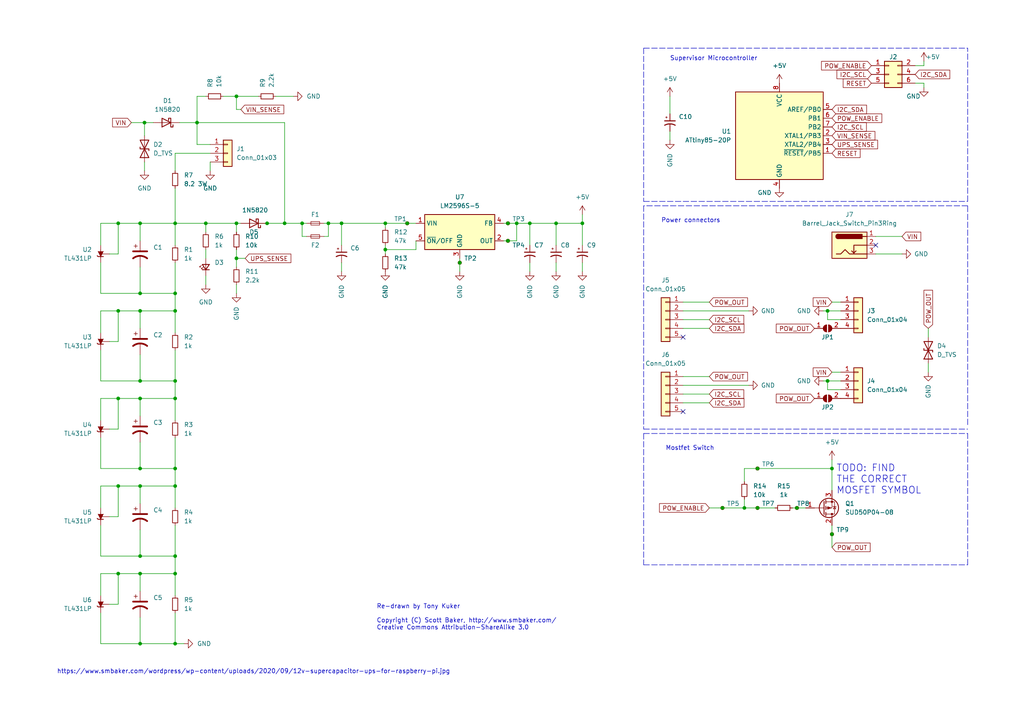
<source format=kicad_sch>
(kicad_sch (version 20211123) (generator eeschema)
  (paper "A4")
  (lib_symbols
    (symbol "Connector:Barrel_Jack_Switch_Pin3Ring" (pin_names hide)
      (property "Reference" "J" (at 0 5.334 0))
      (property "Value" "Barrel_Jack_Switch_Pin3Ring" (at 0 -5.08 0))
      (symbol "Barrel_Jack_Switch_Pin3Ring_0_1"
        (rectangle (start -5.08 3.81) (end 5.08 -3.81) (stroke (width 0.254)) (fill (type background)))
        (arc (start -3.302 3.175) (mid -3.937 2.54) (end -3.302 1.905) (stroke (width 0.254)))
        (arc (start -3.302 3.175) (mid -3.937 2.54) (end -3.302 1.905) (stroke (width 0.254)) (fill (type outline)))
        (polyline (pts (xy 1.27 -2.286) (xy 1.905 -1.651)) (stroke (width 0.254)))
        (polyline (pts (xy 5.08 2.54) (xy 3.81 2.54)) (stroke (width 0.254)))
        (polyline (pts (xy 5.08 0) (xy 1.27 0) (xy 1.27 -2.286) (xy 0.635 -1.651)) (stroke (width 0.254)))
        (polyline (pts (xy -3.81 -2.54) (xy -2.54 -2.54) (xy -1.27 -1.27) (xy 0 -2.54) (xy 2.54 -2.54) (xy 5.08 -2.54)) (stroke (width 0.254)))
        (rectangle (start 3.683 3.175) (end -3.302 1.905) (stroke (width 0.254)) (fill (type outline)))
      )
      (symbol "Barrel_Jack_Switch_Pin3Ring_1_1"
        (pin passive line (at 7.62 2.54 180) (length 2.54) (name "~") (number "1"))
        (pin passive line (at 7.62 0 180) (length 2.54) (name "~") (number "2"))
        (pin passive line (at 7.62 -2.54 180) (length 2.54) (name "~") (number "3"))
      )
    )
    (symbol "Connector:TestPoint_Small" (pin_numbers hide) (pin_names (offset 0.762) hide)
      (property "Reference" "TP" (at 0 3.81 0))
      (property "Value" "TestPoint_Small" (at 0 2.032 0))
      (symbol "TestPoint_Small_0_1"
        (circle (center 0 0) (radius 0.508))
      )
      (symbol "TestPoint_Small_1_1"
        (pin passive line (at 0 0 90) (length 0) (name "1") (number "1"))
      )
    )
    (symbol "Connector_Generic:Conn_01x03" (pin_names (offset 1.016) hide)
      (property "Reference" "J" (at 0 5.08 0))
      (property "Value" "Conn_01x03" (at 0 -5.08 0))
      (symbol "Conn_01x03_1_1"
        (rectangle (start -1.27 -2.413) (end 0 -2.667) (stroke (width 0.1524)))
        (rectangle (start -1.27 0.127) (end 0 -0.127) (stroke (width 0.1524)))
        (rectangle (start -1.27 2.667) (end 0 2.413) (stroke (width 0.1524)))
        (rectangle (start -1.27 3.81) (end 1.27 -3.81) (stroke (width 0.254)) (fill (type background)))
        (pin passive line (at -5.08 2.54 0) (length 3.81) (name "Pin_1") (number "1"))
        (pin passive line (at -5.08 0 0) (length 3.81) (name "Pin_2") (number "2"))
        (pin passive line (at -5.08 -2.54 0) (length 3.81) (name "Pin_3") (number "3"))
      )
    )
    (symbol "Connector_Generic:Conn_01x04" (pin_names (offset 1.016) hide)
      (property "Reference" "J" (at 0 5.08 0))
      (property "Value" "Conn_01x04" (at 0 -7.62 0))
      (symbol "Conn_01x04_1_1"
        (rectangle (start -1.27 -4.953) (end 0 -5.207) (stroke (width 0.1524)))
        (rectangle (start -1.27 -2.413) (end 0 -2.667) (stroke (width 0.1524)))
        (rectangle (start -1.27 0.127) (end 0 -0.127) (stroke (width 0.1524)))
        (rectangle (start -1.27 2.667) (end 0 2.413) (stroke (width 0.1524)))
        (rectangle (start -1.27 3.81) (end 1.27 -6.35) (stroke (width 0.254)) (fill (type background)))
        (pin passive line (at -5.08 2.54 0) (length 3.81) (name "Pin_1") (number "1"))
        (pin passive line (at -5.08 0 0) (length 3.81) (name "Pin_2") (number "2"))
        (pin passive line (at -5.08 -2.54 0) (length 3.81) (name "Pin_3") (number "3"))
        (pin passive line (at -5.08 -5.08 0) (length 3.81) (name "Pin_4") (number "4"))
      )
    )
    (symbol "Connector_Generic:Conn_01x05" (pin_names (offset 1.016) hide)
      (property "Reference" "J" (at 0 7.62 0))
      (property "Value" "Conn_01x05" (at 0 -7.62 0))
      (symbol "Conn_01x05_1_1"
        (rectangle (start -1.27 -4.953) (end 0 -5.207) (stroke (width 0.1524)))
        (rectangle (start -1.27 -2.413) (end 0 -2.667) (stroke (width 0.1524)))
        (rectangle (start -1.27 0.127) (end 0 -0.127) (stroke (width 0.1524)))
        (rectangle (start -1.27 2.667) (end 0 2.413) (stroke (width 0.1524)))
        (rectangle (start -1.27 5.207) (end 0 4.953) (stroke (width 0.1524)))
        (rectangle (start -1.27 6.35) (end 1.27 -6.35) (stroke (width 0.254)) (fill (type background)))
        (pin passive line (at -5.08 5.08 0) (length 3.81) (name "Pin_1") (number "1"))
        (pin passive line (at -5.08 2.54 0) (length 3.81) (name "Pin_2") (number "2"))
        (pin passive line (at -5.08 0 0) (length 3.81) (name "Pin_3") (number "3"))
        (pin passive line (at -5.08 -2.54 0) (length 3.81) (name "Pin_4") (number "4"))
        (pin passive line (at -5.08 -5.08 0) (length 3.81) (name "Pin_5") (number "5"))
      )
    )
    (symbol "Connector_Generic:Conn_02x03_Odd_Even" (pin_names (offset 1.016) hide)
      (property "Reference" "J" (at 1.27 5.08 0))
      (property "Value" "Conn_02x03_Odd_Even" (at 1.27 -5.08 0))
      (symbol "Conn_02x03_Odd_Even_1_1"
        (rectangle (start -1.27 -2.413) (end 0 -2.667) (stroke (width 0.1524)))
        (rectangle (start -1.27 0.127) (end 0 -0.127) (stroke (width 0.1524)))
        (rectangle (start -1.27 2.667) (end 0 2.413) (stroke (width 0.1524)))
        (rectangle (start -1.27 3.81) (end 3.81 -3.81) (stroke (width 0.254)) (fill (type background)))
        (rectangle (start 3.81 -2.413) (end 2.54 -2.667) (stroke (width 0.1524)))
        (rectangle (start 3.81 0.127) (end 2.54 -0.127) (stroke (width 0.1524)))
        (rectangle (start 3.81 2.667) (end 2.54 2.413) (stroke (width 0.1524)))
        (pin passive line (at -5.08 2.54 0) (length 3.81) (name "Pin_1") (number "1"))
        (pin passive line (at 7.62 2.54 180) (length 3.81) (name "Pin_2") (number "2"))
        (pin passive line (at -5.08 0 0) (length 3.81) (name "Pin_3") (number "3"))
        (pin passive line (at 7.62 0 180) (length 3.81) (name "Pin_4") (number "4"))
        (pin passive line (at -5.08 -2.54 0) (length 3.81) (name "Pin_5") (number "5"))
        (pin passive line (at 7.62 -2.54 180) (length 3.81) (name "Pin_6") (number "6"))
      )
    )
    (symbol "Device:C_Polarized_Small_US" (pin_numbers hide) (pin_names (offset 0.254) hide)
      (property "Reference" "C" (at 0.254 1.778 0))
      (property "Value" "C_Polarized_Small_US" (at 0.254 -2.032 0))
      (symbol "C_Polarized_Small_US_0_1"
        (polyline (pts (xy -1.524 0.508) (xy 1.524 0.508)) (stroke (width 0.3048)))
        (polyline (pts (xy -1.27 1.524) (xy -0.762 1.524)))
        (polyline (pts (xy -1.016 1.27) (xy -1.016 1.778)))
        (arc (start 1.524 -0.762) (mid 0 -0.3734) (end -1.524 -0.762) (stroke (width 0.3048)))
      )
      (symbol "C_Polarized_Small_US_1_1"
        (pin passive line (at 0 2.54 270) (length 2.032) (name "~") (number "1"))
        (pin passive line (at 0 -2.54 90) (length 2.032) (name "~") (number "2"))
      )
    )
    (symbol "Device:C_Polarized_US" (pin_numbers hide) (pin_names (offset 0.254) hide)
      (property "Reference" "C" (at 0.635 2.54 0))
      (property "Value" "C_Polarized_US" (at 0.635 -2.54 0))
      (symbol "C_Polarized_US_0_1"
        (polyline (pts (xy -2.032 0.762) (xy 2.032 0.762)) (stroke (width 0.508)))
        (polyline (pts (xy -1.778 2.286) (xy -0.762 2.286)))
        (polyline (pts (xy -1.27 1.778) (xy -1.27 2.794)))
        (arc (start 2.032 -1.27) (mid 0 -0.5572) (end -2.032 -1.27) (stroke (width 0.508)))
      )
      (symbol "C_Polarized_US_1_1"
        (pin passive line (at 0 3.81 270) (length 2.794) (name "~") (number "1"))
        (pin passive line (at 0 -3.81 90) (length 3.302) (name "~") (number "2"))
      )
    )
    (symbol "Device:D_TVS" (pin_numbers hide) (pin_names (offset 1.016) hide)
      (property "Reference" "D" (at 0 2.54 0))
      (property "Value" "D_TVS" (at 0 -2.54 0))
      (symbol "D_TVS_0_1"
        (polyline (pts (xy 1.27 0) (xy -1.27 0)))
        (polyline (pts (xy 0.508 1.27) (xy 0 1.27) (xy 0 -1.27) (xy -0.508 -1.27)) (stroke (width 0.254)))
        (polyline (pts (xy -2.54 1.27) (xy -2.54 -1.27) (xy 2.54 1.27) (xy 2.54 -1.27) (xy -2.54 1.27)) (stroke (width 0.254)))
      )
      (symbol "D_TVS_1_1"
        (pin passive line (at -3.81 0 0) (length 2.54) (name "A1") (number "1"))
        (pin passive line (at 3.81 0 180) (length 2.54) (name "A2") (number "2"))
      )
    )
    (symbol "Device:Fuse_Small" (pin_numbers hide) (pin_names (offset 0.254) hide)
      (property "Reference" "F" (at 0 -1.524 0))
      (property "Value" "Fuse_Small" (at 0 1.524 0))
      (symbol "Fuse_Small_0_1"
        (rectangle (start -1.27 0.508) (end 1.27 -0.508))
        (polyline (pts (xy -1.27 0) (xy 1.27 0)))
      )
      (symbol "Fuse_Small_1_1"
        (pin passive line (at -2.54 0 0) (length 1.27) (name "~") (number "1"))
        (pin passive line (at 2.54 0 180) (length 1.27) (name "~") (number "2"))
      )
    )
    (symbol "Device:LED_Small" (pin_numbers hide) (pin_names (offset 0.254) hide)
      (property "Reference" "D" (at -1.27 3.175 0))
      (property "Value" "LED_Small" (at -4.445 -2.54 0))
      (symbol "LED_Small_0_1"
        (polyline (pts (xy -0.762 -1.016) (xy -0.762 1.016)) (stroke (width 0.254)))
        (polyline (pts (xy 1.016 0) (xy -0.762 0)))
        (polyline (pts (xy 0.762 -1.016) (xy -0.762 0) (xy 0.762 1.016) (xy 0.762 -1.016)) (stroke (width 0.254)))
        (polyline (pts (xy 0 0.762) (xy -0.508 1.27) (xy -0.254 1.27) (xy -0.508 1.27) (xy -0.508 1.016)))
        (polyline (pts (xy 0.508 1.27) (xy 0 1.778) (xy 0.254 1.778) (xy 0 1.778) (xy 0 1.524)))
      )
      (symbol "LED_Small_1_1"
        (pin passive line (at -2.54 0 0) (length 1.778) (name "K") (number "1"))
        (pin passive line (at 2.54 0 180) (length 1.778) (name "A") (number "2"))
      )
    )
    (symbol "Device:R_Small" (pin_numbers hide) (pin_names (offset 0.254) hide)
      (property "Reference" "R" (at 0.762 0.508 0))
      (property "Value" "R_Small" (at 0.762 -1.016 0))
      (symbol "R_Small_0_1"
        (rectangle (start -0.762 1.778) (end 0.762 -1.778) (stroke (width 0.2032)))
      )
      (symbol "R_Small_1_1"
        (pin passive line (at 0 2.54 270) (length 0.762) (name "~") (number "1"))
        (pin passive line (at 0 -2.54 90) (length 0.762) (name "~") (number "2"))
      )
    )
    (symbol "Diode:1N5820" (pin_numbers hide) (pin_names (offset 1.016) hide)
      (property "Reference" "D" (at 0 2.54 0))
      (property "Value" "1N5820" (at 0 -2.54 0))
      (symbol "1N5820_0_1"
        (polyline (pts (xy 1.27 0) (xy -1.27 0)))
        (polyline (pts (xy 1.27 1.27) (xy 1.27 -1.27) (xy -1.27 0) (xy 1.27 1.27)) (stroke (width 0.254)))
        (polyline (pts (xy -1.905 0.635) (xy -1.905 1.27) (xy -1.27 1.27) (xy -1.27 -1.27) (xy -0.635 -1.27) (xy -0.635 -0.635)) (stroke (width 0.254)))
      )
      (symbol "1N5820_1_1"
        (pin passive line (at -3.81 0 0) (length 2.54) (name "K") (number "1"))
        (pin passive line (at 3.81 0 180) (length 2.54) (name "A") (number "2"))
      )
    )
    (symbol "Jumper:SolderJumper_2_Open" (pin_names (offset 0) hide)
      (property "Reference" "JP" (at 0 2.032 0))
      (property "Value" "SolderJumper_2_Open" (at 0 -2.54 0))
      (symbol "SolderJumper_2_Open_0_1"
        (arc (start -0.254 1.016) (mid -1.27 0) (end -0.254 -1.016))
        (arc (start -0.254 1.016) (mid -1.27 0) (end -0.254 -1.016) (fill (type outline)))
        (polyline (pts (xy -0.254 1.016) (xy -0.254 -1.016)))
        (polyline (pts (xy 0.254 1.016) (xy 0.254 -1.016)))
        (arc (start 0.254 -1.016) (mid 1.27 0) (end 0.254 1.016))
        (arc (start 0.254 -1.016) (mid 1.27 0) (end 0.254 1.016) (fill (type outline)))
      )
      (symbol "SolderJumper_2_Open_1_1"
        (pin passive line (at -3.81 0 0) (length 2.54) (name "A") (number "1"))
        (pin passive line (at 3.81 0 180) (length 2.54) (name "B") (number "2"))
      )
    )
    (symbol "MCU_Microchip_ATtiny:ATtiny85-20P"
      (property "Reference" "U" (at -12.7 13.97 0))
      (property "Value" "ATtiny85-20P" (at 2.54 -13.97 0))
      (symbol "ATtiny85-20P_0_1"
        (rectangle (start -12.7 -12.7) (end 12.7 12.7) (stroke (width 0.254)) (fill (type background)))
      )
      (symbol "ATtiny85-20P_1_1"
        (pin bidirectional line (at 15.24 -5.08 180) (length 2.54) (name "~{RESET}/PB5") (number "1"))
        (pin bidirectional line (at 15.24 0 180) (length 2.54) (name "XTAL1/PB3") (number "2"))
        (pin bidirectional line (at 15.24 -2.54 180) (length 2.54) (name "XTAL2/PB4") (number "3"))
        (pin power_in line (at 0 -15.24 90) (length 2.54) (name "GND") (number "4"))
        (pin bidirectional line (at 15.24 7.62 180) (length 2.54) (name "AREF/PB0") (number "5"))
        (pin bidirectional line (at 15.24 5.08 180) (length 2.54) (name "PB1") (number "6"))
        (pin bidirectional line (at 15.24 2.54 180) (length 2.54) (name "PB2") (number "7"))
        (pin power_in line (at 0 15.24 270) (length 2.54) (name "VCC") (number "8"))
      )
    )
    (symbol "Reference_Voltage:TL431LP" (pin_numbers hide) (pin_names hide)
      (property "Reference" "U" (at -2.54 2.54 0))
      (property "Value" "TL431LP" (at 0 -2.54 0))
      (symbol "TL431LP_0_1"
        (polyline (pts (xy -1.27 0) (xy 0 0) (xy 1.27 0)))
        (polyline (pts (xy -0.762 0.762) (xy 0.762 0) (xy -0.762 -0.762)) (fill (type outline)))
        (polyline (pts (xy 0.508 -1.016) (xy 0.762 -0.762) (xy 0.762 0.762) (xy 0.762 0.762)) (stroke (width 0.254)))
      )
      (symbol "TL431LP_1_1"
        (pin passive line (at 0 2.54 270) (length 2.54) (name "REF") (number "1"))
        (pin passive line (at -2.54 0 0) (length 2.54) (name "A") (number "2"))
        (pin passive line (at 2.54 0 180) (length 2.54) (name "K") (number "3"))
      )
    )
    (symbol "Regulator_Switching:LM2596S-5"
      (property "Reference" "U" (at -10.16 6.35 0))
      (property "Value" "LM2596S-5" (at 0 6.35 0))
      (symbol "LM2596S-5_0_1"
        (rectangle (start -10.16 5.08) (end 10.16 -5.08) (stroke (width 0.254)) (fill (type background)))
      )
      (symbol "LM2596S-5_1_1"
        (pin power_in line (at -12.7 2.54 0) (length 2.54) (name "VIN") (number "1"))
        (pin output line (at 12.7 -2.54 180) (length 2.54) (name "OUT") (number "2"))
        (pin power_in line (at 0 -7.62 90) (length 2.54) (name "GND") (number "3"))
        (pin input line (at 12.7 2.54 180) (length 2.54) (name "FB") (number "4"))
        (pin input line (at -12.7 -2.54 0) (length 2.54) (name "~{ON}/OFF") (number "5"))
      )
    )
    (symbol "Transistor_FET:SUD50P04-08" (pin_names hide)
      (property "Reference" "Q" (at 4.953 1.905 0))
      (property "Value" "SUD50P04-08" (at 4.953 0 0))
      (symbol "SUD50P04-08_0_1"
        (polyline (pts (xy 0.254 0) (xy -2.54 0)))
        (polyline (pts (xy 0.254 1.905) (xy 0.254 -1.905)) (stroke (width 0.254)))
        (polyline (pts (xy 0.762 -1.27) (xy 0.762 -2.286)) (stroke (width 0.254)))
        (polyline (pts (xy 0.762 0.508) (xy 0.762 -0.508)) (stroke (width 0.254)))
        (polyline (pts (xy 0.762 2.286) (xy 0.762 1.27)) (stroke (width 0.254)))
        (polyline (pts (xy 2.54 2.54) (xy 2.54 1.778)))
        (polyline (pts (xy 2.54 -2.54) (xy 2.54 0) (xy 0.762 0)))
        (polyline (pts (xy 0.762 1.778) (xy 3.302 1.778) (xy 3.302 -1.778) (xy 0.762 -1.778)))
        (polyline (pts (xy 2.286 0) (xy 1.27 0.381) (xy 1.27 -0.381) (xy 2.286 0)) (fill (type outline)))
        (polyline (pts (xy 2.794 -0.508) (xy 2.921 -0.381) (xy 3.683 -0.381) (xy 3.81 -0.254)))
        (polyline (pts (xy 3.302 -0.381) (xy 2.921 0.254) (xy 3.683 0.254) (xy 3.302 -0.381)))
        (circle (center 1.651 0) (radius 2.794) (stroke (width 0.254)))
        (circle (center 2.54 -1.778) (radius 0.254) (fill (type outline)))
        (circle (center 2.54 1.778) (radius 0.254) (fill (type outline)))
      )
      (symbol "SUD50P04-08_1_1"
        (pin input line (at -5.08 0 0) (length 2.54) (name "G") (number "1"))
        (pin passive line (at 2.54 5.08 270) (length 2.54) (name "D") (number "2"))
        (pin passive line (at 2.54 -5.08 90) (length 2.54) (name "S") (number "3"))
      )
    )
    (symbol "power:+5V" (power) (pin_names (offset 0))
      (property "Value" "+5V" (at 0 3.556 0))
      (symbol "+5V_0_1"
        (polyline (pts (xy -0.762 1.27) (xy 0 2.54)))
        (polyline (pts (xy 0 0) (xy 0 2.54)))
        (polyline (pts (xy 0 2.54) (xy 0.762 1.27)))
      )
      (symbol "+5V_1_1"
        (pin power_in line (at 0 0 90) (length 0) hide (name "+5V") (number "1"))
      )
    )
    (symbol "power:GND" (power) (pin_names (offset 0))
      (property "Value" "GND" (at 0 -3.81 0))
      (symbol "GND_0_1"
        (polyline (pts (xy 0 0) (xy 0 -1.27) (xy 1.27 -1.27) (xy 0 -2.54) (xy -1.27 -1.27) (xy 0 -1.27)))
      )
      (symbol "GND_1_1"
        (pin power_in line (at 0 0 270) (length 0) hide (name "GND") (number "1"))
      )
    )
  )
  (junction (at 240.03 110.49))
  (junction (at 40.64 85.09))
  (junction (at 168.91 64.77))
  (junction (at 147.32 69.85))
  (junction (at 34.29 166.37))
  (junction (at 50.8 110.49))
  (junction (at 40.64 90.17))
  (junction (at 133.35 76.2))
  (junction (at 50.8 161.29))
  (junction (at 40.64 140.97))
  (junction (at 50.8 90.17))
  (junction (at 40.64 115.57))
  (junction (at 40.64 110.49))
  (junction (at 50.8 64.77))
  (junction (at 59.69 64.77))
  (junction (at 68.58 74.93))
  (junction (at 50.8 85.09))
  (junction (at 68.58 27.94))
  (junction (at 118.11 64.77))
  (junction (at 95.25 64.77))
  (junction (at 34.29 140.97))
  (junction (at 241.3 135.89))
  (junction (at 50.8 115.57))
  (junction (at 231.14 147.32))
  (junction (at 209.55 147.32))
  (junction (at 153.67 64.77))
  (junction (at 34.29 64.77))
  (junction (at 68.58 64.77))
  (junction (at 111.76 72.39))
  (junction (at 34.29 115.57))
  (junction (at 87.63 64.77))
  (junction (at 50.8 135.89))
  (junction (at 99.06 64.77))
  (junction (at 40.64 64.77))
  (junction (at 82.55 64.77))
  (junction (at 147.32 64.77))
  (junction (at 219.71 147.32))
  (junction (at 219.71 135.89))
  (junction (at 111.76 64.77))
  (junction (at 50.8 140.97))
  (junction (at 50.8 166.37))
  (junction (at 41.91 35.56))
  (junction (at 161.29 64.77))
  (junction (at 241.3 154.94))
  (junction (at 149.86 64.77))
  (junction (at 40.64 135.89))
  (junction (at 40.64 166.37))
  (junction (at 77.47 64.77))
  (junction (at 40.64 161.29))
  (junction (at 57.15 35.56))
  (junction (at 40.64 186.69))
  (junction (at 34.29 90.17))
  (junction (at 215.9 147.32))
  (junction (at 240.03 90.17))
  (junction (at 50.8 186.69))
  (no_connect (at 198.12 119.38))
  (no_connect (at 198.12 97.79))
  (no_connect (at 254 71.12))
  (wire (pts (xy 219.71 147.32) (xy 215.9 147.32)))
  (wire (pts (xy 80.01 27.94) (xy 85.09 27.94)))
  (wire (pts (xy 29.21 127) (xy 29.21 135.89)))
  (wire (pts (xy 229.87 147.32) (xy 231.14 147.32)))
  (polyline (pts (xy 186.69 163.83) (xy 280.67 163.83)))
  (wire (pts (xy 95.25 64.77) (xy 99.06 64.77)))
  (wire (pts (xy 111.76 64.77) (xy 111.76 66.04)))
  (wire (pts (xy 34.29 140.97) (xy 40.64 140.97)))
  (wire (pts (xy 215.9 135.89) (xy 215.9 139.7)))
  (wire (pts (xy 40.64 140.97) (xy 50.8 140.97)))
  (wire (pts (xy 149.86 64.77) (xy 153.67 64.77)))
  (wire (pts (xy 29.21 115.57) (xy 34.29 115.57)))
  (wire (pts (xy 50.8 76.2) (xy 50.8 85.09)))
  (wire (pts (xy 34.29 115.57) (xy 40.64 115.57)))
  (wire (pts (xy 198.12 90.17) (xy 217.17 90.17)))
  (wire (pts (xy 168.91 64.77) (xy 161.29 64.77)))
  (wire (pts (xy 238.76 110.49) (xy 240.03 110.49)))
  (wire (pts (xy 68.58 27.94) (xy 74.93 27.94)))
  (wire (pts (xy 241.3 135.89) (xy 241.3 142.24)))
  (polyline (pts (xy 280.67 163.83) (xy 280.67 125.73)))
  (wire (pts (xy 161.29 64.77) (xy 161.29 71.12)))
  (wire (pts (xy 74.93 64.77) (xy 77.47 64.77)))
  (wire (pts (xy 64.77 27.94) (xy 68.58 27.94)))
  (wire (pts (xy 40.64 95.25) (xy 40.64 90.17)))
  (wire (pts (xy 77.47 64.77) (xy 82.55 64.77)))
  (wire (pts (xy 68.58 74.93) (xy 71.12 74.93)))
  (wire (pts (xy 120.65 72.39) (xy 111.76 72.39)))
  (wire (pts (xy 31.75 149.86) (xy 34.29 149.86)))
  (wire (pts (xy 240.03 92.71) (xy 240.03 90.17)))
  (wire (pts (xy 59.69 27.94) (xy 57.15 27.94)))
  (wire (pts (xy 219.71 135.89) (xy 215.9 135.89)))
  (wire (pts (xy 59.69 64.77) (xy 50.8 64.77)))
  (wire (pts (xy 40.64 85.09) (xy 50.8 85.09)))
  (wire (pts (xy 50.8 186.69) (xy 53.34 186.69)))
  (wire (pts (xy 133.35 74.93) (xy 133.35 76.2)))
  (wire (pts (xy 68.58 74.93) (xy 68.58 77.47)))
  (wire (pts (xy 29.21 161.29) (xy 40.64 161.29)))
  (wire (pts (xy 82.55 35.56) (xy 82.55 64.77)))
  (wire (pts (xy 241.3 154.94) (xy 241.3 158.75)))
  (wire (pts (xy 41.91 35.56) (xy 44.45 35.56)))
  (wire (pts (xy 68.58 72.39) (xy 68.58 74.93)))
  (wire (pts (xy 238.76 90.17) (xy 240.03 90.17)))
  (wire (pts (xy 41.91 46.99) (xy 41.91 49.53)))
  (wire (pts (xy 267.97 24.13) (xy 267.97 25.4)))
  (wire (pts (xy 241.3 152.4) (xy 241.3 154.94)))
  (wire (pts (xy 205.74 147.32) (xy 209.55 147.32)))
  (wire (pts (xy 241.3 87.63) (xy 243.84 87.63)))
  (wire (pts (xy 68.58 64.77) (xy 68.58 67.31)))
  (wire (pts (xy 31.75 73.66) (xy 34.29 73.66)))
  (wire (pts (xy 254 68.58) (xy 261.62 68.58)))
  (wire (pts (xy 161.29 64.77) (xy 153.67 64.77)))
  (wire (pts (xy 29.21 76.2) (xy 29.21 85.09)))
  (wire (pts (xy 40.64 135.89) (xy 50.8 135.89)))
  (wire (pts (xy 41.91 35.56) (xy 41.91 39.37)))
  (wire (pts (xy 59.69 64.77) (xy 68.58 64.77)))
  (wire (pts (xy 50.8 135.89) (xy 50.8 140.97)))
  (wire (pts (xy 50.8 166.37) (xy 50.8 172.72)))
  (polyline (pts (xy 186.69 13.97) (xy 280.67 13.97)))
  (polyline (pts (xy 186.69 59.69) (xy 186.69 124.46)))
  (wire (pts (xy 241.3 107.95) (xy 243.84 107.95)))
  (wire (pts (xy 194.31 38.1) (xy 194.31 40.64)))
  (polyline (pts (xy 186.69 124.46) (xy 280.67 124.46)))
  (wire (pts (xy 29.21 90.17) (xy 34.29 90.17)))
  (wire (pts (xy 40.64 69.85) (xy 40.64 64.77)))
  (wire (pts (xy 40.64 110.49) (xy 50.8 110.49)))
  (wire (pts (xy 29.21 152.4) (xy 29.21 161.29)))
  (wire (pts (xy 240.03 113.03) (xy 240.03 110.49)))
  (wire (pts (xy 224.79 147.32) (xy 219.71 147.32)))
  (wire (pts (xy 241.3 135.89) (xy 219.71 135.89)))
  (wire (pts (xy 31.75 99.06) (xy 34.29 99.06)))
  (wire (pts (xy 50.8 140.97) (xy 50.8 147.32)))
  (wire (pts (xy 88.9 68.58) (xy 87.63 68.58)))
  (wire (pts (xy 265.43 24.13) (xy 267.97 24.13)))
  (polyline (pts (xy 186.69 13.97) (xy 186.69 58.42)))
  (wire (pts (xy 209.55 147.32) (xy 215.9 147.32)))
  (wire (pts (xy 50.8 110.49) (xy 50.8 115.57)))
  (wire (pts (xy 52.07 35.56) (xy 57.15 35.56)))
  (wire (pts (xy 231.14 147.32) (xy 233.68 147.32)))
  (wire (pts (xy 146.05 69.85) (xy 147.32 69.85)))
  (wire (pts (xy 153.67 64.77) (xy 153.67 71.12)))
  (wire (pts (xy 93.98 64.77) (xy 95.25 64.77)))
  (wire (pts (xy 82.55 64.77) (xy 87.63 64.77)))
  (wire (pts (xy 168.91 76.2) (xy 168.91 78.74)))
  (wire (pts (xy 198.12 109.22) (xy 205.74 109.22)))
  (wire (pts (xy 34.29 90.17) (xy 40.64 90.17)))
  (wire (pts (xy 198.12 116.84) (xy 205.74 116.84)))
  (wire (pts (xy 153.67 76.2) (xy 153.67 78.74)))
  (wire (pts (xy 31.75 124.46) (xy 34.29 124.46)))
  (polyline (pts (xy 186.69 125.73) (xy 280.67 125.73)))
  (wire (pts (xy 29.21 166.37) (xy 34.29 166.37)))
  (wire (pts (xy 118.11 64.77) (xy 120.65 64.77)))
  (wire (pts (xy 59.69 67.31) (xy 59.69 64.77)))
  (wire (pts (xy 29.21 64.77) (xy 34.29 64.77)))
  (wire (pts (xy 50.8 64.77) (xy 50.8 71.12)))
  (wire (pts (xy 40.64 90.17) (xy 50.8 90.17)))
  (wire (pts (xy 59.69 72.39) (xy 59.69 74.93)))
  (wire (pts (xy 34.29 124.46) (xy 34.29 115.57)))
  (wire (pts (xy 215.9 147.32) (xy 215.9 144.78)))
  (wire (pts (xy 241.3 133.35) (xy 241.3 135.89)))
  (wire (pts (xy 29.21 121.92) (xy 29.21 115.57)))
  (wire (pts (xy 40.64 186.69) (xy 50.8 186.69)))
  (wire (pts (xy 38.1 35.56) (xy 41.91 35.56)))
  (wire (pts (xy 194.31 27.94) (xy 194.31 33.02)))
  (wire (pts (xy 254 73.66) (xy 261.62 73.66)))
  (wire (pts (xy 198.12 95.25) (xy 205.74 95.25)))
  (wire (pts (xy 269.24 95.25) (xy 269.24 97.79)))
  (polyline (pts (xy 186.69 58.42) (xy 280.67 58.42)))
  (wire (pts (xy 111.76 64.77) (xy 118.11 64.77)))
  (wire (pts (xy 29.21 140.97) (xy 34.29 140.97)))
  (wire (pts (xy 40.64 146.05) (xy 40.64 140.97)))
  (wire (pts (xy 29.21 101.6) (xy 29.21 110.49)))
  (wire (pts (xy 168.91 62.23) (xy 168.91 64.77)))
  (wire (pts (xy 40.64 102.87) (xy 40.64 110.49)))
  (wire (pts (xy 240.03 90.17) (xy 243.84 90.17)))
  (wire (pts (xy 57.15 35.56) (xy 82.55 35.56)))
  (wire (pts (xy 147.32 69.85) (xy 149.86 69.85)))
  (wire (pts (xy 40.64 171.45) (xy 40.64 166.37)))
  (wire (pts (xy 50.8 186.69) (xy 50.8 177.8)))
  (wire (pts (xy 99.06 64.77) (xy 111.76 64.77)))
  (wire (pts (xy 29.21 96.52) (xy 29.21 90.17)))
  (wire (pts (xy 50.8 101.6) (xy 50.8 110.49)))
  (wire (pts (xy 50.8 152.4) (xy 50.8 161.29)))
  (wire (pts (xy 240.03 110.49) (xy 243.84 110.49)))
  (wire (pts (xy 198.12 92.71) (xy 205.74 92.71)))
  (wire (pts (xy 68.58 82.55) (xy 68.58 85.09)))
  (wire (pts (xy 120.65 69.85) (xy 120.65 72.39)))
  (polyline (pts (xy 280.67 58.42) (xy 280.67 13.97)))
  (polyline (pts (xy 280.67 123.19) (xy 280.67 59.69)))
  (wire (pts (xy 99.06 76.2) (xy 99.06 78.74)))
  (wire (pts (xy 34.29 175.26) (xy 34.29 166.37)))
  (wire (pts (xy 267.97 19.05) (xy 267.97 17.78)))
  (wire (pts (xy 68.58 64.77) (xy 69.85 64.77)))
  (wire (pts (xy 40.64 77.47) (xy 40.64 85.09)))
  (wire (pts (xy 34.29 99.06) (xy 34.29 90.17)))
  (wire (pts (xy 57.15 41.91) (xy 57.15 35.56)))
  (wire (pts (xy 68.58 27.94) (xy 68.58 31.75)))
  (wire (pts (xy 50.8 90.17) (xy 50.8 96.52)))
  (wire (pts (xy 29.21 110.49) (xy 40.64 110.49)))
  (wire (pts (xy 149.86 64.77) (xy 147.32 64.77)))
  (wire (pts (xy 40.64 64.77) (xy 50.8 64.77)))
  (wire (pts (xy 50.8 161.29) (xy 50.8 166.37)))
  (wire (pts (xy 40.64 179.07) (xy 40.64 186.69)))
  (wire (pts (xy 40.64 120.65) (xy 40.64 115.57)))
  (wire (pts (xy 40.64 115.57) (xy 50.8 115.57)))
  (wire (pts (xy 111.76 72.39) (xy 111.76 73.66)))
  (wire (pts (xy 34.29 64.77) (xy 40.64 64.77)))
  (wire (pts (xy 40.64 153.67) (xy 40.64 161.29)))
  (wire (pts (xy 99.06 71.12) (xy 99.06 64.77)))
  (wire (pts (xy 60.96 44.45) (xy 50.8 44.45)))
  (wire (pts (xy 29.21 186.69) (xy 40.64 186.69)))
  (wire (pts (xy 59.69 80.01) (xy 59.69 82.55)))
  (wire (pts (xy 198.12 114.3) (xy 205.74 114.3)))
  (wire (pts (xy 95.25 68.58) (xy 93.98 68.58)))
  (wire (pts (xy 60.96 46.99) (xy 60.96 49.53)))
  (wire (pts (xy 60.96 41.91) (xy 57.15 41.91)))
  (wire (pts (xy 265.43 19.05) (xy 267.97 19.05)))
  (wire (pts (xy 29.21 71.12) (xy 29.21 64.77)))
  (wire (pts (xy 31.75 175.26) (xy 34.29 175.26)))
  (polyline (pts (xy 186.69 125.73) (xy 186.69 163.83)))
  (wire (pts (xy 95.25 64.77) (xy 95.25 68.58)))
  (wire (pts (xy 50.8 54.61) (xy 50.8 64.77)))
  (wire (pts (xy 34.29 73.66) (xy 34.29 64.77)))
  (wire (pts (xy 50.8 115.57) (xy 50.8 121.92)))
  (wire (pts (xy 269.24 105.41) (xy 269.24 107.95)))
  (wire (pts (xy 87.63 64.77) (xy 88.9 64.77)))
  (wire (pts (xy 34.29 166.37) (xy 40.64 166.37)))
  (wire (pts (xy 50.8 127) (xy 50.8 135.89)))
  (wire (pts (xy 149.86 69.85) (xy 149.86 64.77)))
  (wire (pts (xy 34.29 149.86) (xy 34.29 140.97)))
  (wire (pts (xy 69.85 31.75) (xy 68.58 31.75)))
  (wire (pts (xy 40.64 161.29) (xy 50.8 161.29)))
  (wire (pts (xy 133.35 76.2) (xy 133.35 78.74)))
  (wire (pts (xy 243.84 113.03) (xy 240.03 113.03)))
  (polyline (pts (xy 280.67 59.69) (xy 186.69 59.69)))
  (wire (pts (xy 87.63 68.58) (xy 87.63 64.77)))
  (wire (pts (xy 50.8 85.09) (xy 50.8 90.17)))
  (wire (pts (xy 111.76 71.12) (xy 111.76 72.39)))
  (wire (pts (xy 243.84 92.71) (xy 240.03 92.71)))
  (wire (pts (xy 29.21 85.09) (xy 40.64 85.09)))
  (wire (pts (xy 198.12 111.76) (xy 217.17 111.76)))
  (wire (pts (xy 161.29 76.2) (xy 161.29 78.74)))
  (wire (pts (xy 147.32 64.77) (xy 146.05 64.77)))
  (wire (pts (xy 50.8 44.45) (xy 50.8 49.53)))
  (wire (pts (xy 29.21 177.8) (xy 29.21 186.69)))
  (wire (pts (xy 40.64 166.37) (xy 50.8 166.37)))
  (wire (pts (xy 57.15 27.94) (xy 57.15 35.56)))
  (wire (pts (xy 29.21 172.72) (xy 29.21 166.37)))
  (wire (pts (xy 198.12 87.63) (xy 205.74 87.63)))
  (wire (pts (xy 168.91 64.77) (xy 168.91 71.12)))
  (wire (pts (xy 29.21 147.32) (xy 29.21 140.97)))
  (wire (pts (xy 40.64 128.27) (xy 40.64 135.89)))
  (wire (pts (xy 29.21 135.89) (xy 40.64 135.89)))
  (text "Mostfet Switch" (at 193.04 130.81 0) (effects (font (size 1.27 1.27)) (justify left bottom)))
  (text "https://www.smbaker.com/wordpress/wp-content/uploads/2020/09/12v-supercapacitor-ups-for-raspberry-pi.jpg" (at 16.51 195.58 0) (effects (font (size 1.27 1.27)) (justify left bottom)))
  (text "Power connectors" (at 191.77 64.77 0) (effects (font (size 1.27 1.27)) (justify left bottom)))
  (text "TODO: FIND \nTHE CORRECT \nMOSFET SYMBOL" (at 242.57 143.51 0) (effects (font (size 2 2)) (justify left bottom)))
  (text "Re-drawn by Tony Kuker\n\nCopyright (C) Scott Baker, http://www.smbaker.com/\nCreative Commons Attribution-ShareAlike 3.0" (at 109.22 182.88 0) (effects (font (size 1.27 1.27)) (justify left bottom)))
  (text "Supervisor Microcontroller" (at 194.31 17.78 0) (effects (font (size 1.27 1.27)) (justify left bottom)))
  (global_label "POW_OUT" (shape input) (at 269.24 95.25 90) (property "Intersheet References" "${INTERSHEET_REFS}" (effects hide)))
  (global_label "POW_ENABLE" (shape input) (at 252.73 19.05 180) (property "Intersheet References" "${INTERSHEET_REFS}" (effects hide)))
  (global_label "UPS_SENSE" (shape input) (at 241.3 41.91 0) (property "Intersheet References" "${INTERSHEET_REFS}" (effects hide)))
  (global_label "POW_OUT" (shape input) (at 205.74 87.63 0) (property "Intersheet References" "${INTERSHEET_REFS}" (effects hide)))
  (global_label "I2C_SDA" (shape input) (at 205.74 95.25 0) (property "Intersheet References" "${INTERSHEET_REFS}" (effects hide)))
  (global_label "I2C_SCL" (shape input) (at 252.73 21.59 180) (property "Intersheet References" "${INTERSHEET_REFS}" (effects hide)))
  (global_label "POW_ENABLE" (shape input) (at 205.74 147.32 180) (property "Intersheet References" "${INTERSHEET_REFS}" (effects hide)))
  (global_label "VIN" (shape input) (at 38.1 35.56 180) (property "Intersheet References" "${INTERSHEET_REFS}" (effects hide)))
  (global_label "I2C_SDA" (shape input) (at 205.74 116.84 0) (property "Intersheet References" "${INTERSHEET_REFS}" (effects hide)))
  (global_label "POW_ENABLE" (shape input) (at 241.3 34.29 0) (property "Intersheet References" "${INTERSHEET_REFS}" (effects hide)))
  (global_label "I2C_SCL" (shape input) (at 241.3 36.83 0) (property "Intersheet References" "${INTERSHEET_REFS}" (effects hide)))
  (global_label "POW_OUT" (shape input) (at 241.3 158.75 0) (property "Intersheet References" "${INTERSHEET_REFS}" (effects hide)))
  (global_label "POW_OUT" (shape input) (at 205.74 109.22 0) (property "Intersheet References" "${INTERSHEET_REFS}" (effects hide)))
  (global_label "VIN" (shape input) (at 261.62 68.58 0) (property "Intersheet References" "${INTERSHEET_REFS}" (effects hide)))
  (global_label "VIN_SENSE" (shape input) (at 69.85 31.75 0) (property "Intersheet References" "${INTERSHEET_REFS}" (effects hide)))
  (global_label "VIN" (shape input) (at 241.3 107.95 180) (property "Intersheet References" "${INTERSHEET_REFS}" (effects hide)))
  (global_label "RESET" (shape input) (at 241.3 44.45 0) (property "Intersheet References" "${INTERSHEET_REFS}" (effects hide)))
  (global_label "VIN_SENSE" (shape input) (at 241.3 39.37 0) (property "Intersheet References" "${INTERSHEET_REFS}" (effects hide)))
  (global_label "I2C_SCL" (shape input) (at 205.74 114.3 0) (property "Intersheet References" "${INTERSHEET_REFS}" (effects hide)))
  (global_label "POW_OUT" (shape input) (at 236.22 95.25 180) (property "Intersheet References" "${INTERSHEET_REFS}" (effects hide)))
  (global_label "UPS_SENSE" (shape input) (at 71.12 74.93 0) (property "Intersheet References" "${INTERSHEET_REFS}" (effects hide)))
  (global_label "I2C_SDA" (shape input) (at 265.43 21.59 0) (property "Intersheet References" "${INTERSHEET_REFS}" (effects hide)))
  (global_label "VIN" (shape input) (at 241.3 87.63 180) (property "Intersheet References" "${INTERSHEET_REFS}" (effects hide)))
  (global_label "I2C_SDA" (shape input) (at 241.3 31.75 0) (property "Intersheet References" "${INTERSHEET_REFS}" (effects hide)))
  (global_label "I2C_SCL" (shape input) (at 205.74 92.71 0) (property "Intersheet References" "${INTERSHEET_REFS}" (effects hide)))
  (global_label "POW_OUT" (shape input) (at 236.22 115.57 180) (property "Intersheet References" "${INTERSHEET_REFS}" (effects hide)))
  (global_label "RESET" (shape input) (at 252.73 24.13 180) (property "Intersheet References" "${INTERSHEET_REFS}" (effects hide)))
  (symbol (lib_id "power:GND") (at 269.24 107.95 0) (unit 1)
    (property "Reference" "#PWR024" (effects hide))
    (property "Value" "GND" (at 269.24 115.57 90) (effects (justify left)))
  )
  (symbol (lib_id "Device:D_TVS") (at 41.91 43.18 90) (unit 1)
    (property "Reference" "D2" (at 44.45 41.9099 90) (effects (justify right)))
    (property "Value" "D_TVS" (at 44.45 44.4499 90) (effects (justify right)))
  )
  (symbol (lib_id "Diode:1N5820") (at 48.26 35.56 180) (unit 1)
    (property "Reference" "D1" (at 48.5775 29.21 0))
    (property "Value" "1N5820" (at 48.5775 31.75 0))
    (property "Footprint" "Diode_THT:D_DO-201AD_P15.24mm_Horizontal" (effects hide))
    (property "Datasheet" "http://www.vishay.com/docs/88526/1n5820.pdf" (effects hide))
  )
  (symbol (lib_id "Reference_Voltage:TL431LP") (at 29.21 149.86 270) (unit 1)
    (property "Reference" "U5" (at 26.67 148.5899 90) (effects (justify right)))
    (property "Value" "TL431LP" (at 26.67 151.1299 90) (effects (justify right)))
    (property "Footprint" "Package_TO_SOT_THT:TO-92_Inline" (effects hide))
    (property "Datasheet" "http://www.ti.com/lit/ds/symlink/tl431.pdf" (effects hide))
  )
  (symbol (lib_id "Transistor_FET:SUD50P04-08") (at 238.76 147.32 0) (mirror x) (unit 1)
    (property "Reference" "Q1" (at 245.11 146.0499 0) (effects (justify left)))
    (property "Value" "SUD50P04-08" (at 245.11 148.5899 0) (effects (justify left)))
    (property "Footprint" "Package_TO_SOT_SMD:TO-252-2" (effects hide))
    (property "Datasheet" "https://www.vishay.com/docs/65594/sud50p04-08.pdf" (effects hide))
  )
  (symbol (lib_id "Connector:TestPoint_Small") (at 219.71 147.32 0) (unit 1)
    (property "Reference" "TP7" (at 220.98 146.0499 0) (effects (justify left)))
    (property "Value" "TestPoint_Small" (effects hide))
  )
  (symbol (lib_id "power:GND") (at 41.91 49.53 0) (unit 1)
    (property "Reference" "#PWR01" (effects hide))
    (property "Value" "GND" (at 41.91 54.61 0))
  )
  (symbol (lib_id "power:GND") (at 161.29 78.74 0) (unit 1)
    (property "Reference" "#PWR016" (effects hide))
    (property "Value" "GND" (at 161.2901 82.55 90) (effects (justify right)))
  )
  (symbol (lib_id "Device:C_Polarized_US") (at 40.64 175.26 0) (unit 1)
    (property "Reference" "C5" (at 44.45 173.3549 0) (effects (justify left)))
    (property "Value" "C_Polarized_US" (effects hide))
  )
  (symbol (lib_id "power:GND") (at 59.69 82.55 0) (unit 1)
    (property "Reference" "#PWR02" (effects hide))
    (property "Value" "GND" (at 59.69 87.63 0))
  )
  (symbol (lib_id "Device:R_Small") (at 215.9 142.24 0) (unit 1)
    (property "Reference" "R14" (at 218.44 140.9699 0) (effects (justify left)))
    (property "Value" "10k" (at 218.44 143.5099 0) (effects (justify left)))
  )
  (symbol (lib_id "power:GND") (at 217.17 111.76 90) (unit 1)
    (property "Reference" "#PWR020" (effects hide))
    (property "Value" "GND" (at 224.79 111.76 90) (effects (justify left)))
  )
  (symbol (lib_id "Device:D_TVS") (at 269.24 101.6 90) (unit 1)
    (property "Reference" "D4" (at 271.78 100.3299 90) (effects (justify right)))
    (property "Value" "D_TVS" (at 271.78 102.8699 90) (effects (justify right)))
  )
  (symbol (lib_id "power:GND") (at 261.62 73.66 90) (unit 1)
    (property "Reference" "#PWR0102" (effects hide))
    (property "Value" "GND" (at 269.24 73.66 90) (effects (justify left)))
  )
  (symbol (lib_id "Device:R_Small") (at 50.8 52.07 0) (unit 1)
    (property "Reference" "R7" (at 53.34 50.7999 0) (effects (justify left)))
    (property "Value" "8.2 3W" (at 53.34 53.3399 0) (effects (justify left)))
  )
  (symbol (lib_id "power:GND") (at 133.35 78.74 0) (unit 1)
    (property "Reference" "#PWR014" (effects hide))
    (property "Value" "GND" (at 133.3501 82.55 90) (effects (justify right)))
  )
  (symbol (lib_id "power:GND") (at 217.17 90.17 90) (unit 1)
    (property "Reference" "#PWR019" (effects hide))
    (property "Value" "GND" (at 224.79 90.17 90) (effects (justify left)))
  )
  (symbol (lib_id "Connector:TestPoint_Small") (at 219.71 135.89 0) (unit 1)
    (property "Reference" "TP6" (at 220.98 134.6199 0) (effects (justify left)))
    (property "Value" "TestPoint_Small" (effects hide))
  )
  (symbol (lib_id "Device:R_Small") (at 77.47 27.94 90) (unit 1)
    (property "Reference" "R9" (at 76.1999 25.4 0) (effects (justify left)))
    (property "Value" "2.2k" (at 78.7399 25.4 0) (effects (justify left)))
  )
  (symbol (lib_id "Device:C_Polarized_Small_US") (at 153.67 73.66 0) (unit 1)
    (property "Reference" "C7" (at 154.94 71.12 0) (effects (justify left)))
    (property "Value" "C_Polarized_Small_US" (effects hide))
  )
  (symbol (lib_id "power:+5V") (at 194.31 27.94 0) (unit 1)
    (property "Reference" "#PWR06" (effects hide))
    (property "Value" "+5V" (at 194.31 22.86 0))
  )
  (symbol (lib_id "Device:R_Small") (at 68.58 80.01 0) (unit 1)
    (property "Reference" "R11" (at 71.12 78.7399 0) (effects (justify left)))
    (property "Value" "2.2k" (at 71.12 81.2799 0) (effects (justify left)))
  )
  (symbol (lib_id "Device:C_Polarized_Small_US") (at 168.91 73.66 0) (unit 1)
    (property "Reference" "C9" (at 170.18 71.12 0) (effects (justify left)))
    (property "Value" "C_Polarized_Small_US" (effects hide))
  )
  (symbol (lib_id "Connector:TestPoint_Small") (at 241.3 154.94 0) (unit 1)
    (property "Reference" "TP9" (at 242.57 153.6699 0) (effects (justify left)))
    (property "Value" "TestPoint_Small" (effects hide))
  )
  (symbol (lib_id "Device:C_Polarized_Small_US") (at 161.29 73.66 0) (unit 1)
    (property "Reference" "C8" (at 162.56 71.12 0) (effects (justify left)))
    (property "Value" "C_Polarized_Small_US" (effects hide))
  )
  (symbol (lib_id "power:GND") (at 226.06 54.61 0) (unit 1)
    (property "Reference" "#PWR011" (effects hide))
    (property "Value" "GND" (at 219.71 55.88 0) (effects (justify left)))
  )
  (symbol (lib_id "Device:R_Small") (at 111.76 68.58 0) (unit 1)
    (property "Reference" "R12" (at 114.3 67.3099 0) (effects (justify left)))
    (property "Value" "47k" (at 114.3 69.8499 0) (effects (justify left)))
  )
  (symbol (lib_id "Reference_Voltage:TL431LP") (at 29.21 99.06 270) (unit 1)
    (property "Reference" "U3" (at 26.67 97.7899 90) (effects (justify right)))
    (property "Value" "TL431LP" (at 26.67 100.3299 90) (effects (justify right)))
    (property "Footprint" "Package_TO_SOT_THT:TO-92_Inline" (effects hide))
    (property "Datasheet" "http://www.ti.com/lit/ds/symlink/tl431.pdf" (effects hide))
  )
  (symbol (lib_id "Device:C_Polarized_US") (at 40.64 149.86 0) (unit 1)
    (property "Reference" "C4" (at 44.45 147.9549 0) (effects (justify left)))
    (property "Value" "C_Polarized_US" (effects hide))
  )
  (symbol (lib_id "Device:R_Small") (at 50.8 124.46 0) (unit 1)
    (property "Reference" "R3" (at 53.34 123.1899 0) (effects (justify left)))
    (property "Value" "1k" (at 53.34 125.7299 0) (effects (justify left)))
  )
  (symbol (lib_id "power:GND") (at 85.09 27.94 90) (unit 1)
    (property "Reference" "#PWR05" (effects hide))
    (property "Value" "GND" (at 88.9 27.9399 90) (effects (justify right)))
  )
  (symbol (lib_id "Device:C_Polarized_Small_US") (at 99.06 73.66 0) (unit 1)
    (property "Reference" "C6" (at 101.6 71.9581 0) (effects (justify left)))
    (property "Value" "C_Polarized_Small_US" (effects hide))
  )
  (symbol (lib_id "Connector_Generic:Conn_01x03") (at 66.04 44.45 0) (unit 1)
    (property "Reference" "J1" (at 68.58 43.1799 0) (effects (justify left)))
    (property "Value" "Conn_01x03" (at 68.58 45.7199 0) (effects (justify left)))
    (property "Footprint" "Connector_PinHeader_2.54mm:PinHeader_1x03_P2.54mm_Vertical" (effects hide))
  )
  (symbol (lib_id "power:GND") (at 60.96 49.53 0) (unit 1)
    (property "Reference" "#PWR03" (effects hide))
    (property "Value" "GND" (at 60.96 54.61 0))
  )
  (symbol (lib_id "power:+5V") (at 168.91 62.23 0) (unit 1)
    (property "Reference" "#PWR017" (effects hide))
    (property "Value" "+5V" (at 168.91 57.15 0))
  )
  (symbol (lib_id "Device:C_Polarized_Small_US") (at 194.31 35.56 0) (unit 1)
    (property "Reference" "C10" (at 196.85 33.8581 0) (effects (justify left)))
    (property "Value" "C_Polarized_Small_US" (effects hide))
  )
  (symbol (lib_id "Connector_Generic:Conn_01x05") (at 193.04 92.71 0) (mirror y) (unit 1)
    (property "Reference" "J5" (at 193.04 81.28 0))
    (property "Value" "Conn_01x05" (at 193.04 83.82 0))
    (property "Footprint" "Connector_PinHeader_2.54mm:PinHeader_1x05_P2.54mm_Vertical" (effects hide))
  )
  (symbol (lib_id "Connector:TestPoint_Small") (at 147.32 69.85 0) (unit 1)
    (property "Reference" "TP4" (at 148.59 71.12 0) (effects (justify left)))
    (property "Value" "TestPoint_Small" (effects hide))
  )
  (symbol (lib_id "power:GND") (at 99.06 78.74 0) (unit 1)
    (property "Reference" "#PWR08" (effects hide))
    (property "Value" "GND" (at 99.0601 82.55 90) (effects (justify right)))
  )
  (symbol (lib_id "Device:Fuse_Small") (at 91.44 68.58 0) (unit 1)
    (property "Reference" "F2" (at 91.44 71.12 0))
    (property "Value" "Fuse_Small" (effects hide))
  )
  (symbol (lib_id "power:GND") (at 238.76 90.17 270) (unit 1)
    (property "Reference" "#PWR021" (effects hide))
    (property "Value" "GND" (at 231.14 90.17 90) (effects (justify left)))
  )
  (symbol (lib_id "Device:R_Small") (at 50.8 99.06 0) (unit 1)
    (property "Reference" "R2" (at 53.34 97.7899 0) (effects (justify left)))
    (property "Value" "1k" (at 53.34 100.3299 0) (effects (justify left)))
  )
  (symbol (lib_id "power:GND") (at 153.67 78.74 0) (unit 1)
    (property "Reference" "#PWR015" (effects hide))
    (property "Value" "GND" (at 153.6701 82.55 90) (effects (justify right)))
  )
  (symbol (lib_id "Device:C_Polarized_US") (at 40.64 124.46 0) (unit 1)
    (property "Reference" "C3" (at 44.45 122.5549 0) (effects (justify left)))
    (property "Value" "C_Polarized_US" (effects hide))
  )
  (symbol (lib_id "Device:R_Small") (at 50.8 73.66 0) (unit 1)
    (property "Reference" "R1" (at 53.34 72.3899 0) (effects (justify left)))
    (property "Value" "1k" (at 53.34 74.9299 0) (effects (justify left)))
  )
  (symbol (lib_id "power:GND") (at 168.91 78.74 0) (unit 1)
    (property "Reference" "#PWR018" (effects hide))
    (property "Value" "GND" (at 168.9101 82.55 90) (effects (justify right)))
  )
  (symbol (lib_id "Device:R_Small") (at 62.23 27.94 90) (unit 1)
    (property "Reference" "R8" (at 60.9599 25.4 0) (effects (justify left)))
    (property "Value" "10k" (at 63.4999 25.4 0) (effects (justify left)))
  )
  (symbol (lib_id "power:+5V") (at 241.3 133.35 0) (unit 1)
    (property "Reference" "#PWR023" (effects hide))
    (property "Value" "+5V" (at 241.3 128.27 0))
  )
  (symbol (lib_id "power:GND") (at 238.76 110.49 270) (unit 1)
    (property "Reference" "#PWR022" (effects hide))
    (property "Value" "GND" (at 231.14 110.49 90) (effects (justify left)))
  )
  (symbol (lib_id "power:GND") (at 111.76 78.74 0) (unit 1)
    (property "Reference" "#PWR09" (effects hide))
    (property "Value" "GND" (at 111.7601 82.55 90) (effects (justify right)))
  )
  (symbol (lib_id "Device:Fuse_Small") (at 91.44 64.77 0) (unit 1)
    (property "Reference" "F1" (at 91.44 62.23 0))
    (property "Value" "Fuse_Small" (effects hide))
  )
  (symbol (lib_id "power:GND") (at 68.58 85.09 0) (unit 1)
    (property "Reference" "#PWR04" (effects hide))
    (property "Value" "GND" (at 68.5801 88.9 90) (effects (justify right)))
  )
  (symbol (lib_id "Device:R_Small") (at 59.69 69.85 0) (unit 1)
    (property "Reference" "R6" (at 62.23 68.5799 0) (effects (justify left)))
    (property "Value" "1k" (at 62.23 71.1199 0) (effects (justify left)))
  )
  (symbol (lib_id "Connector:TestPoint_Small") (at 118.11 64.77 0) (unit 1)
    (property "Reference" "TP1" (at 114.3 63.5 0) (effects (justify left)))
    (property "Value" "TestPoint_Small" (effects hide))
  )
  (symbol (lib_id "Connector_Generic:Conn_01x04") (at 248.92 90.17 0) (unit 1)
    (property "Reference" "J3" (at 251.46 90.1699 0) (effects (justify left)))
    (property "Value" "Conn_01x04" (at 251.46 92.7099 0) (effects (justify left)))
    (property "Footprint" "Connector_PinHeader_2.54mm:PinHeader_1x04_P2.54mm_Vertical" (effects hide))
  )
  (symbol (lib_id "Regulator_Switching:LM2596S-5") (at 133.35 67.31 0) (unit 1)
    (property "Reference" "U7" (at 133.35 57.15 0))
    (property "Value" "LM2596S-5" (at 133.35 59.69 0))
    (property "Footprint" "Package_TO_SOT_SMD:TO-263-5_TabPin3" (effects hide))
    (property "Datasheet" "http://www.ti.com/lit/ds/symlink/lm2596.pdf" (effects hide))
  )
  (symbol (lib_id "power:GND") (at 53.34 186.69 90) (unit 1)
    (property "Reference" "#PWR0101" (effects hide))
    (property "Value" "GND" (at 57.15 186.6899 90) (effects (justify right)))
  )
  (symbol (lib_id "Connector:TestPoint_Small") (at 231.14 147.32 0) (unit 1)
    (property "Reference" "TP8" (at 231.14 146.05 0) (effects (justify left)))
    (property "Value" "TestPoint_Small" (effects hide))
  )
  (symbol (lib_id "Reference_Voltage:TL431LP") (at 29.21 124.46 270) (unit 1)
    (property "Reference" "U4" (at 26.67 123.1899 90) (effects (justify right)))
    (property "Value" "TL431LP" (at 26.67 125.7299 90) (effects (justify right)))
    (property "Footprint" "Package_TO_SOT_THT:TO-92_Inline" (effects hide))
    (property "Datasheet" "http://www.ti.com/lit/ds/symlink/tl431.pdf" (effects hide))
  )
  (symbol (lib_id "power:GND") (at 267.97 25.4 0) (unit 1)
    (property "Reference" "#PWR013" (effects hide))
    (property "Value" "GND" (at 262.89 27.94 0) (effects (justify left)))
  )
  (symbol (lib_id "Device:C_Polarized_US") (at 40.64 99.06 0) (unit 1)
    (property "Reference" "C2" (at 44.45 97.1549 0) (effects (justify left)))
    (property "Value" "C_Polarized_US" (effects hide))
  )
  (symbol (lib_id "Device:LED_Small") (at 59.69 77.47 90) (unit 1)
    (property "Reference" "D3" (at 62.23 76.1364 90) (effects (justify right)))
    (property "Value" "LED_Small" (effects hide))
  )
  (symbol (lib_id "power:GND") (at 194.31 40.64 0) (unit 1)
    (property "Reference" "#PWR07" (effects hide))
    (property "Value" "GND" (at 194.3101 44.45 90) (effects (justify right)))
  )
  (symbol (lib_id "Connector_Generic:Conn_01x04") (at 248.92 110.49 0) (unit 1)
    (property "Reference" "J4" (at 251.46 110.4899 0) (effects (justify left)))
    (property "Value" "Conn_01x04" (at 251.46 113.0299 0) (effects (justify left)))
    (property "Footprint" "Connector_PinHeader_2.54mm:PinHeader_1x04_P2.54mm_Vertical" (effects hide))
  )
  (symbol (lib_id "Reference_Voltage:TL431LP") (at 29.21 175.26 270) (unit 1)
    (property "Reference" "U6" (at 26.67 173.9899 90) (effects (justify right)))
    (property "Value" "TL431LP" (at 26.67 176.5299 90) (effects (justify right)))
    (property "Footprint" "Package_TO_SOT_THT:TO-92_Inline" (effects hide))
    (property "Datasheet" "http://www.ti.com/lit/ds/symlink/tl431.pdf" (effects hide))
  )
  (symbol (lib_id "Connector:TestPoint_Small") (at 133.35 76.2 0) (unit 1)
    (property "Reference" "TP2" (at 134.62 74.9299 0) (effects (justify left)))
    (property "Value" "TestPoint_Small" (effects hide))
  )
  (symbol (lib_id "Device:R_Small") (at 50.8 175.26 0) (unit 1)
    (property "Reference" "R5" (at 53.34 173.9899 0) (effects (justify left)))
    (property "Value" "1k" (at 53.34 176.5299 0) (effects (justify left)))
  )
  (symbol (lib_id "Connector:TestPoint_Small") (at 147.32 64.77 0) (unit 1)
    (property "Reference" "TP3" (at 148.59 63.4999 0) (effects (justify left)))
    (property "Value" "TestPoint_Small" (effects hide))
  )
  (symbol (lib_id "Device:R_Small") (at 50.8 149.86 0) (unit 1)
    (property "Reference" "R4" (at 53.34 148.5899 0) (effects (justify left)))
    (property "Value" "1k" (at 53.34 151.1299 0) (effects (justify left)))
  )
  (symbol (lib_id "Connector_Generic:Conn_01x05") (at 193.04 114.3 0) (mirror y) (unit 1)
    (property "Reference" "J6" (at 193.04 102.87 0))
    (property "Value" "Conn_01x05" (at 193.04 105.41 0))
    (property "Footprint" "Connector_PinHeader_2.54mm:PinHeader_1x05_P2.54mm_Vertical" (effects hide))
  )
  (symbol (lib_id "MCU_Microchip_ATtiny:ATtiny85-20P") (at 226.06 39.37 0) (unit 1)
    (property "Reference" "U1" (at 212.09 38.0999 0) (effects (justify right)))
    (property "Value" "ATtiny85-20P" (at 212.09 40.6399 0) (effects (justify right)))
    (property "Footprint" "Package_DIP:DIP-8_W7.62mm" (effects hide))
    (property "Datasheet" "http://ww1.microchip.com/downloads/en/DeviceDoc/atmel-2586-avr-8-bit-microcontroller-attiny25-attiny45-attiny85_datasheet.pdf" (effects hide))
  )
  (symbol (lib_id "Reference_Voltage:TL431LP") (at 29.21 73.66 270) (unit 1)
    (property "Reference" "U2" (at 26.67 72.3899 90) (effects (justify right)))
    (property "Value" "TL431LP" (at 26.67 74.9299 90) (effects (justify right)))
    (property "Footprint" "Package_TO_SOT_THT:TO-92_Inline" (effects hide))
    (property "Datasheet" "http://www.ti.com/lit/ds/symlink/tl431.pdf" (effects hide))
  )
  (symbol (lib_id "power:+5V") (at 226.06 24.13 0) (unit 1)
    (property "Reference" "#PWR010" (effects hide))
    (property "Value" "+5V" (at 226.06 19.05 0))
  )
  (symbol (lib_id "Connector_Generic:Conn_02x03_Odd_Even") (at 257.81 21.59 0) (unit 1)
    (property "Reference" "J2" (at 259.08 16.51 0))
    (property "Value" "Conn_02x03_Odd_Even" (effects hide))
  )
  (symbol (lib_id "Device:R_Small") (at 227.33 147.32 90) (unit 1)
    (property "Reference" "R15" (at 227.33 140.97 90))
    (property "Value" "1k" (at 227.33 143.51 90))
  )
  (symbol (lib_id "Connector:Barrel_Jack_Switch_Pin3Ring") (at 246.38 71.12 0) (unit 1)
    (property "Reference" "J7" (at 246.38 62.23 0))
    (property "Value" "Barrel_Jack_Switch_Pin3Ring" (at 246.38 64.77 0))
    (property "Footprint" "Connector_BarrelJack:BarrelJack_CUI_PJ-063AH_Horizontal" (effects hide))
  )
  (symbol (lib_id "Device:R_Small") (at 111.76 76.2 0) (unit 1)
    (property "Reference" "R13" (at 114.3 74.9299 0) (effects (justify left)))
    (property "Value" "47k" (at 114.3 77.4699 0) (effects (justify left)))
  )
  (symbol (lib_id "Diode:1N5820") (at 73.66 64.77 180) (unit 1)
    (property "Reference" "D5" (at 73.66 67.31 0))
    (property "Value" "1N5820" (at 73.9775 60.96 0))
    (property "Footprint" "Diode_THT:D_DO-201AD_P15.24mm_Horizontal" (effects hide))
    (property "Datasheet" "http://www.vishay.com/docs/88526/1n5820.pdf" (effects hide))
  )
  (symbol (lib_id "Device:C_Polarized_US") (at 40.64 73.66 0) (unit 1)
    (property "Reference" "C1" (at 44.45 71.7549 0) (effects (justify left)))
    (property "Value" "C_Polarized_US" (effects hide))
  )
  (symbol (lib_id "Jumper:SolderJumper_2_Open") (at 240.03 115.57 0) (unit 1)
    (property "Reference" "JP2" (at 240.03 118.11 0))
    (property "Value" "SolderJumper_2_Open" (effects hide))
  )
  (symbol (lib_id "power:+5V") (at 267.97 17.78 0) (unit 1)
    (property "Reference" "#PWR012" (effects hide))
    (property "Value" "+5V" (at 270.51 16.51 0))
  )
  (symbol (lib_id "Connector:TestPoint_Small") (at 209.55 147.32 0) (unit 1)
    (property "Reference" "TP5" (at 210.82 146.0499 0) (effects (justify left)))
    (property "Value" "TestPoint_Small" (effects hide))
  )
  (symbol (lib_id "Device:R_Small") (at 68.58 69.85 0) (unit 1)
    (property "Reference" "R10" (at 71.12 68.5799 0) (effects (justify left)))
    (property "Value" "10k" (at 71.12 71.1199 0) (effects (justify left)))
  )
  (symbol (lib_id "Jumper:SolderJumper_2_Open") (at 240.03 95.25 0) (unit 1)
    (property "Reference" "JP1" (at 240.03 97.79 0))
    (property "Value" "SolderJumper_2_Open" (effects hide))
  )
)
</source>
